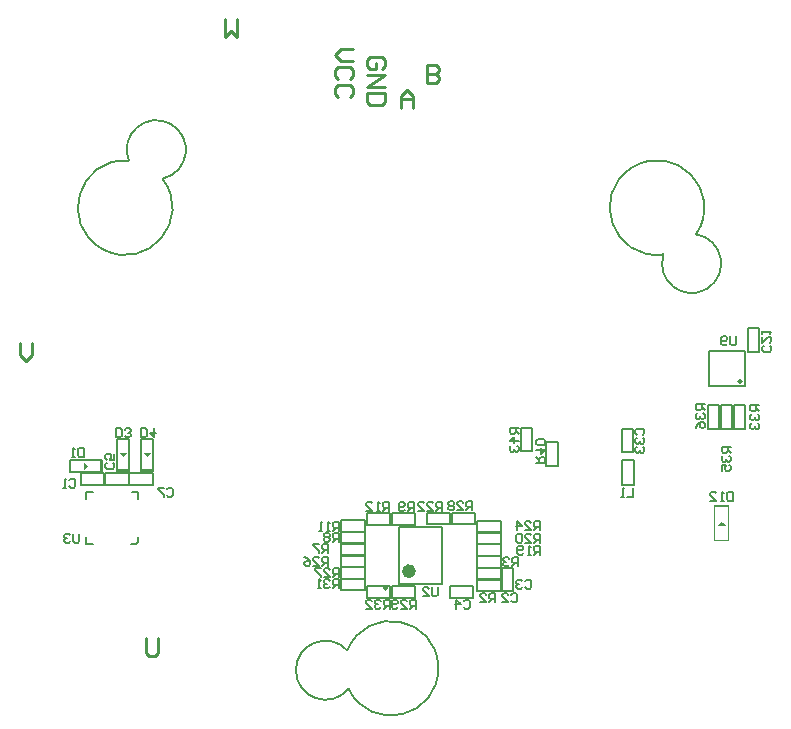
<source format=gbo>
G04*
G04 #@! TF.GenerationSoftware,Altium Limited,Altium Designer,19.1.5 (86)*
G04*
G04 Layer_Color=32896*
%FSLAX25Y25*%
%MOIN*%
G70*
G01*
G75*
%ADD10C,0.01000*%
%ADD11C,0.00984*%
%ADD12C,0.02362*%
%ADD13C,0.00394*%
%ADD15C,0.00500*%
%ADD16C,0.00787*%
D10*
X116821Y-6765D02*
G03*
X116821Y-6765I-500J0D01*
G01*
X-81821Y-92369D02*
Y-97367D01*
X-80821Y-98367D01*
X-78822D01*
X-77822Y-97367D01*
Y-92369D01*
X-123585Y6109D02*
Y2111D01*
X-121586Y111D01*
X-119586Y2111D01*
Y6109D01*
X-55200Y114198D02*
Y108200D01*
X-53201Y110199D01*
X-51201Y108200D01*
Y114198D01*
X11896Y98611D02*
Y92613D01*
X14895D01*
X15894Y93612D01*
Y94612D01*
X14895Y95612D01*
X11896D01*
X14895D01*
X15894Y96611D01*
Y97611D01*
X14895Y98611D01*
X11896D01*
X3445Y84500D02*
Y88499D01*
X5444Y90498D01*
X7444Y88499D01*
Y84500D01*
Y87499D01*
X3445D01*
X-3027Y97523D02*
X-2027Y98522D01*
Y100522D01*
X-3027Y101521D01*
X-7025D01*
X-8025Y100522D01*
Y98522D01*
X-7025Y97523D01*
X-5026D01*
Y99522D01*
X-8025Y95523D02*
X-2027D01*
X-8025Y91524D01*
X-2027D01*
Y89525D02*
X-8025D01*
Y86526D01*
X-7025Y85526D01*
X-3027D01*
X-2027Y86526D01*
Y89525D01*
X-12854Y104200D02*
X-16853D01*
X-18852Y102201D01*
X-16853Y100201D01*
X-12854D01*
X-13854Y94203D02*
X-12854Y95203D01*
Y97202D01*
X-13854Y98202D01*
X-17852D01*
X-18852Y97202D01*
Y95203D01*
X-17852Y94203D01*
X-13854Y88205D02*
X-12854Y89205D01*
Y91204D01*
X-13854Y92204D01*
X-17852D01*
X-18852Y91204D01*
Y89205D01*
X-17852Y88205D01*
D11*
X-1409Y-75528D02*
G03*
X-1409Y-75528I-492J0D01*
G01*
D12*
X7114Y-69977D02*
G03*
X7114Y-69977I-1181J0D01*
G01*
D13*
X107800Y-48240D02*
X112400D01*
X107800Y-47846D02*
X112400D01*
X109059Y-54635D02*
X110104Y-53590D01*
X111149Y-54635D01*
X107800Y-59600D02*
X112400D01*
Y-47846D01*
X107800Y-59600D02*
Y-47846D01*
X109059Y-54635D02*
X111149D01*
X109595Y-54300D02*
X110605D01*
X109815Y-53995D02*
X110418D01*
X-102392Y-33818D02*
X-101347Y-34863D01*
X-102392Y-35907D02*
X-101347Y-34863D01*
X-102392Y-35907D02*
Y-33818D01*
X-102057Y-35363D02*
Y-34354D01*
X-101752Y-35177D02*
Y-34573D01*
X-89404Y-31710D02*
X-88359Y-30665D01*
X-90449D02*
X-89404Y-31710D01*
X-90449Y-30665D02*
X-88359D01*
X-89905Y-31000D02*
X-88895D01*
X-89718Y-31305D02*
X-89115D01*
X-81404Y-31710D02*
X-80359Y-30665D01*
X-82449D02*
X-81404Y-31710D01*
X-82449Y-30665D02*
X-80359D01*
X-81905Y-31000D02*
X-80895D01*
X-81718Y-31305D02*
X-81115D01*
D15*
X-14207Y-109157D02*
G03*
X-14585Y-96424I14207J6795D01*
G01*
Y-96424D02*
G03*
X-14207Y-109157I-7311J-6590D01*
G01*
X101636Y42275D02*
G03*
X90798Y35581I-12988J8906D01*
G01*
D02*
G03*
X101636Y42275I9363J-3036D01*
G01*
X-76213Y60843D02*
G03*
X-87430Y66882I-2052J9626D01*
G01*
Y66882D02*
G03*
X-76213Y60843I-1219J-15701D01*
G01*
X113721Y-22465D02*
Y-14665D01*
X109921Y-22465D02*
X113721D01*
X109921Y-14665D02*
X113721D01*
X109921Y-22465D02*
Y-14665D01*
X122700Y3200D02*
Y11000D01*
X118900D02*
X122700D01*
X118900Y3200D02*
X122700D01*
X118900D02*
Y11000D01*
X109421Y-22465D02*
Y-14665D01*
X105621Y-22465D02*
X109421D01*
X105621Y-14665D02*
X109421D01*
X105621Y-22465D02*
Y-14665D01*
X118020Y-22465D02*
Y-14665D01*
X114220Y-22465D02*
X118020D01*
X114220Y-14665D02*
X118020D01*
X114220Y-22465D02*
Y-14665D01*
X-103500Y-41200D02*
X-95700D01*
Y-37400D01*
X-103500Y-41200D02*
Y-37400D01*
X-95700D01*
X-87200Y-41200D02*
X-79400D01*
Y-37400D01*
X-87200Y-41200D02*
Y-37400D01*
X-79400D01*
X-95300Y-41200D02*
X-87500D01*
Y-37400D01*
X-95300Y-41200D02*
Y-37400D01*
X-87500D01*
X-106957Y-32958D02*
X-96357D01*
X-106957Y-36858D02*
Y-32958D01*
Y-36858D02*
X-96357D01*
Y-32958D01*
X-96857Y-36858D02*
Y-33059D01*
X-87500Y-36700D02*
Y-26100D01*
X-91400D02*
X-87500D01*
X-91400Y-36700D02*
Y-26100D01*
Y-36700D02*
X-87500D01*
X-91400Y-36200D02*
X-87600D01*
X-79500Y-36700D02*
Y-26100D01*
X-83400D02*
X-79500D01*
X-83400Y-36700D02*
Y-26100D01*
Y-36700D02*
X-79500D01*
X-83400Y-36200D02*
X-79600D01*
X209Y-50700D02*
X8009D01*
Y-54500D02*
Y-50700D01*
X209Y-54500D02*
Y-50700D01*
Y-54500D02*
X8009D01*
X11909Y-54400D02*
X19709D01*
X11909D02*
Y-50600D01*
X19709Y-54400D02*
Y-50600D01*
X11909D02*
X19709D01*
X209Y-75100D02*
X8009D01*
Y-78900D02*
Y-75100D01*
X209Y-78900D02*
Y-75100D01*
Y-78900D02*
X8009D01*
X19609Y-75100D02*
X27409D01*
X19609Y-78900D02*
Y-75100D01*
X27409Y-78900D02*
Y-75100D01*
X19609Y-78900D02*
X27409D01*
X40709Y-76700D02*
Y-68900D01*
X36909D02*
X40709D01*
X36909Y-76700D02*
X40709D01*
X36909D02*
Y-68900D01*
X28709Y-68800D02*
X36509D01*
X28709D02*
Y-65000D01*
X36509Y-68800D02*
Y-65000D01*
X28709D02*
X36509D01*
X28709Y-68900D02*
X36509D01*
X28709Y-72700D02*
Y-68900D01*
X36509Y-72700D02*
Y-68900D01*
X28709Y-72700D02*
X36509D01*
X28709Y-72800D02*
X36509D01*
Y-76600D02*
Y-72800D01*
X28709Y-76600D02*
Y-72800D01*
Y-76600D02*
X36509D01*
X28709Y-61104D02*
X36509D01*
Y-64904D02*
Y-61104D01*
X28709Y-64904D02*
Y-61104D01*
Y-64904D02*
X36509D01*
X28709Y-61004D02*
X36509D01*
X28709D02*
Y-57204D01*
X36509Y-61004D02*
Y-57204D01*
X28709D02*
X36509D01*
X20309Y-54400D02*
X28109D01*
X20309D02*
Y-50600D01*
X28109Y-54400D02*
Y-50600D01*
X20309D02*
X28109D01*
X28709Y-57104D02*
X36509D01*
X28709D02*
Y-53304D01*
X36509Y-57104D02*
Y-53304D01*
X28709D02*
X36509D01*
X-8191Y-50700D02*
X-391D01*
Y-54500D02*
Y-50700D01*
X-8191Y-54500D02*
Y-50700D01*
Y-54500D02*
X-391D01*
X-16591Y-53050D02*
X-8791D01*
Y-56850D02*
Y-53050D01*
X-16591Y-56850D02*
Y-53050D01*
Y-56850D02*
X-8791D01*
X-16591Y-56923D02*
X-8791D01*
Y-60723D02*
Y-56923D01*
X-16591Y-60723D02*
Y-56923D01*
Y-60723D02*
X-8791D01*
X-16591Y-64650D02*
X-8791D01*
X-16591D02*
Y-60850D01*
X-8791Y-64650D02*
Y-60850D01*
X-16591D02*
X-8791D01*
X-8191Y-75100D02*
X-391D01*
Y-78900D02*
Y-75100D01*
X-8191Y-78900D02*
Y-75100D01*
Y-78900D02*
X-391D01*
X-16591Y-68591D02*
X-8791D01*
X-16591D02*
Y-64791D01*
X-8791Y-68591D02*
Y-64791D01*
X-16591D02*
X-8791D01*
X-16591Y-68700D02*
X-8791D01*
Y-72500D02*
Y-68700D01*
X-16591Y-72500D02*
Y-68700D01*
Y-72500D02*
X-8791D01*
X-16591Y-72450D02*
X-8791D01*
Y-76250D02*
Y-72450D01*
X-16591Y-76250D02*
Y-72450D01*
Y-76250D02*
X-8791D01*
X43200Y-30000D02*
Y-22200D01*
X47000D01*
X43200Y-30000D02*
X47000D01*
Y-22200D01*
X51794Y-34900D02*
Y-27100D01*
X55594D01*
X51794Y-34900D02*
X55594D01*
Y-27100D01*
X76869Y-41118D02*
Y-32918D01*
Y-41118D02*
X80869D01*
X76869Y-32918D02*
X80869D01*
Y-41118D02*
Y-32918D01*
X80800Y-30300D02*
Y-22500D01*
X77000D02*
X80800D01*
X77000Y-30300D02*
X80800D01*
X77000D02*
Y-22500D01*
X113900Y-43601D02*
Y-46600D01*
X112400D01*
X111901Y-46100D01*
Y-44101D01*
X112400Y-43601D01*
X113900D01*
X110901Y-46600D02*
X109901D01*
X110401D01*
Y-43601D01*
X110901Y-44101D01*
X106402Y-46600D02*
X108402D01*
X106402Y-44601D01*
Y-44101D01*
X106902Y-43601D01*
X107902D01*
X108402Y-44101D01*
X40110Y-77901D02*
X40610Y-77401D01*
X41610D01*
X42109Y-77901D01*
Y-79900D01*
X41610Y-80400D01*
X40610D01*
X40110Y-79900D01*
X37111Y-80400D02*
X39110D01*
X37111Y-78401D01*
Y-77901D01*
X37611Y-77401D01*
X38611D01*
X39110Y-77901D01*
X115059Y8246D02*
Y5747D01*
X114559Y5247D01*
X113559D01*
X113060Y5747D01*
Y8246D01*
X112060Y5747D02*
X111560Y5247D01*
X110561D01*
X110061Y5747D01*
Y7747D01*
X110561Y8246D01*
X111560D01*
X112060Y7747D01*
Y7247D01*
X111560Y6747D01*
X110061D01*
X-103900Y-57470D02*
Y-59969D01*
X-104400Y-60469D01*
X-105400D01*
X-105899Y-59969D01*
Y-57470D01*
X-106899Y-57970D02*
X-107399Y-57470D01*
X-108399D01*
X-108898Y-57970D01*
Y-58470D01*
X-108399Y-58969D01*
X-107899D01*
X-108399D01*
X-108898Y-59469D01*
Y-59969D01*
X-108399Y-60469D01*
X-107399D01*
X-106899Y-59969D01*
X15509Y-75401D02*
Y-77900D01*
X15010Y-78400D01*
X14010D01*
X13510Y-77900D01*
Y-75401D01*
X10511Y-78400D02*
X12510D01*
X10511Y-76401D01*
Y-75901D01*
X11011Y-75401D01*
X12010D01*
X12510Y-75901D01*
X42612Y-22200D02*
X39613D01*
Y-23699D01*
X40113Y-24199D01*
X41112D01*
X41612Y-23699D01*
Y-22200D01*
Y-23200D02*
X42612Y-24199D01*
Y-26699D02*
X39613D01*
X41112Y-25199D01*
Y-27198D01*
X40113Y-28198D02*
X39613Y-28698D01*
Y-29698D01*
X40113Y-30197D01*
X40613D01*
X41112Y-29698D01*
Y-29198D01*
Y-29698D01*
X41612Y-30197D01*
X42112D01*
X42612Y-29698D01*
Y-28698D01*
X42112Y-28198D01*
X48379Y-34100D02*
X51378D01*
Y-32601D01*
X50878Y-32101D01*
X49878D01*
X49378Y-32601D01*
Y-34100D01*
Y-33100D02*
X48379Y-32101D01*
Y-29601D02*
X51378D01*
X49878Y-31101D01*
Y-29102D01*
X50878Y-28102D02*
X51378Y-27602D01*
Y-26602D01*
X50878Y-26103D01*
X48878D01*
X48379Y-26602D01*
Y-27602D01*
X48878Y-28102D01*
X50878D01*
X104600Y-14300D02*
X101601D01*
Y-15800D01*
X102101Y-16299D01*
X103101D01*
X103600Y-15800D01*
Y-14300D01*
Y-15300D02*
X104600Y-16299D01*
X102101Y-17299D02*
X101601Y-17799D01*
Y-18799D01*
X102101Y-19298D01*
X102601D01*
X103101Y-18799D01*
Y-18299D01*
Y-18799D01*
X103600Y-19298D01*
X104100D01*
X104600Y-18799D01*
Y-17799D01*
X104100Y-17299D01*
X101601Y-22297D02*
X102101Y-21298D01*
X103101Y-20298D01*
X104100D01*
X104600Y-20798D01*
Y-21798D01*
X104100Y-22297D01*
X103600D01*
X103101Y-21798D01*
Y-20298D01*
X113300Y-28500D02*
X110301D01*
Y-30000D01*
X110801Y-30499D01*
X111801D01*
X112300Y-30000D01*
Y-28500D01*
Y-29500D02*
X113300Y-30499D01*
X110801Y-31499D02*
X110301Y-31999D01*
Y-32999D01*
X110801Y-33498D01*
X111301D01*
X111801Y-32999D01*
Y-32499D01*
Y-32999D01*
X112300Y-33498D01*
X112800D01*
X113300Y-32999D01*
Y-31999D01*
X112800Y-31499D01*
X110301Y-36497D02*
Y-34498D01*
X111801D01*
X111301Y-35498D01*
Y-35998D01*
X111801Y-36497D01*
X112800D01*
X113300Y-35998D01*
Y-34998D01*
X112800Y-34498D01*
X122700Y-14665D02*
X119701D01*
Y-16165D01*
X120201Y-16665D01*
X121201D01*
X121700Y-16165D01*
Y-14665D01*
Y-15665D02*
X122700Y-16665D01*
X120201Y-17664D02*
X119701Y-18164D01*
Y-19164D01*
X120201Y-19664D01*
X120701D01*
X121201Y-19164D01*
Y-18664D01*
Y-19164D01*
X121700Y-19664D01*
X122200D01*
X122700Y-19164D01*
Y-18164D01*
X122200Y-17664D01*
X120201Y-20663D02*
X119701Y-21163D01*
Y-22163D01*
X120201Y-22663D01*
X120701D01*
X121201Y-22163D01*
Y-21663D01*
Y-22163D01*
X121700Y-22663D01*
X122200D01*
X122700Y-22163D01*
Y-21163D01*
X122200Y-20663D01*
X-391Y-82600D02*
Y-79601D01*
X-1890D01*
X-2390Y-80101D01*
Y-81100D01*
X-1890Y-81600D01*
X-391D01*
X-1390D02*
X-2390Y-82600D01*
X-3390Y-80101D02*
X-3889Y-79601D01*
X-4889D01*
X-5389Y-80101D01*
Y-80601D01*
X-4889Y-81100D01*
X-4389D01*
X-4889D01*
X-5389Y-81600D01*
Y-82100D01*
X-4889Y-82600D01*
X-3889D01*
X-3390Y-82100D01*
X-8388Y-82600D02*
X-6389D01*
X-8388Y-80601D01*
Y-80101D01*
X-7888Y-79601D01*
X-6888D01*
X-6389Y-80101D01*
X-17391Y-75700D02*
Y-72701D01*
X-18890D01*
X-19390Y-73201D01*
Y-74200D01*
X-18890Y-74700D01*
X-17391D01*
X-18390D02*
X-19390Y-75700D01*
X-20390Y-73201D02*
X-20889Y-72701D01*
X-21889D01*
X-22389Y-73201D01*
Y-73701D01*
X-21889Y-74200D01*
X-21389D01*
X-21889D01*
X-22389Y-74700D01*
Y-75200D01*
X-21889Y-75700D01*
X-20889D01*
X-20390Y-75200D01*
X-23389Y-75700D02*
X-24388D01*
X-23889D01*
Y-72701D01*
X-23389Y-73201D01*
X8209Y-82500D02*
Y-79501D01*
X6710D01*
X6210Y-80001D01*
Y-81001D01*
X6710Y-81500D01*
X8209D01*
X7210D02*
X6210Y-82500D01*
X3211D02*
X5210D01*
X3211Y-80501D01*
Y-80001D01*
X3711Y-79501D01*
X4710D01*
X5210Y-80001D01*
X2211Y-82000D02*
X1712Y-82500D01*
X712D01*
X212Y-82000D01*
Y-80001D01*
X712Y-79501D01*
X1712D01*
X2211Y-80001D01*
Y-80501D01*
X1712Y-81001D01*
X212D01*
X27100Y-49700D02*
Y-46701D01*
X25600D01*
X25101Y-47201D01*
Y-48201D01*
X25600Y-48700D01*
X27100D01*
X26100D02*
X25101Y-49700D01*
X22102D02*
X24101D01*
X22102Y-47701D01*
Y-47201D01*
X22601Y-46701D01*
X23601D01*
X24101Y-47201D01*
X21102D02*
X20602Y-46701D01*
X19602D01*
X19103Y-47201D01*
Y-47701D01*
X19602Y-48201D01*
X19103Y-48700D01*
Y-49200D01*
X19602Y-49700D01*
X20602D01*
X21102Y-49200D01*
Y-48700D01*
X20602Y-48201D01*
X21102Y-47701D01*
Y-47201D01*
X20602Y-48201D02*
X19602D01*
X-17391Y-72050D02*
Y-69051D01*
X-18890D01*
X-19390Y-69551D01*
Y-70551D01*
X-18890Y-71050D01*
X-17391D01*
X-18390D02*
X-19390Y-72050D01*
X-22389D02*
X-20390D01*
X-22389Y-70051D01*
Y-69551D01*
X-21889Y-69051D01*
X-20889D01*
X-20390Y-69551D01*
X-23389Y-69051D02*
X-25388D01*
Y-69551D01*
X-23389Y-71550D01*
Y-72050D01*
X-20900Y-68200D02*
Y-65201D01*
X-22400D01*
X-22899Y-65701D01*
Y-66701D01*
X-22400Y-67200D01*
X-20900D01*
X-21900D02*
X-22899Y-68200D01*
X-25898D02*
X-23899D01*
X-25898Y-66201D01*
Y-65701D01*
X-25399Y-65201D01*
X-24399D01*
X-23899Y-65701D01*
X-28897Y-65201D02*
X-27898Y-65701D01*
X-26898Y-66701D01*
Y-67700D01*
X-27398Y-68200D01*
X-28398D01*
X-28897Y-67700D01*
Y-67200D01*
X-28398Y-66701D01*
X-26898D01*
X49500Y-56400D02*
Y-53401D01*
X48000D01*
X47501Y-53901D01*
Y-54900D01*
X48000Y-55400D01*
X49500D01*
X48500D02*
X47501Y-56400D01*
X44502D02*
X46501D01*
X44502Y-54401D01*
Y-53901D01*
X45001Y-53401D01*
X46001D01*
X46501Y-53901D01*
X42002Y-56400D02*
Y-53401D01*
X43502Y-54900D01*
X41503D01*
X17100Y-49800D02*
Y-46801D01*
X15600D01*
X15101Y-47301D01*
Y-48300D01*
X15600Y-48800D01*
X17100D01*
X16100D02*
X15101Y-49800D01*
X12102D02*
X14101D01*
X12102Y-47801D01*
Y-47301D01*
X12601Y-46801D01*
X13601D01*
X14101Y-47301D01*
X9103Y-49800D02*
X11102D01*
X9103Y-47801D01*
Y-47301D01*
X9602Y-46801D01*
X10602D01*
X11102Y-47301D01*
X49700Y-60500D02*
Y-57501D01*
X48201D01*
X47701Y-58001D01*
Y-59000D01*
X48201Y-59500D01*
X49700D01*
X48700D02*
X47701Y-60500D01*
X44702D02*
X46701D01*
X44702Y-58501D01*
Y-58001D01*
X45201Y-57501D01*
X46201D01*
X46701Y-58001D01*
X43702D02*
X43202Y-57501D01*
X42202D01*
X41703Y-58001D01*
Y-60000D01*
X42202Y-60500D01*
X43202D01*
X43702Y-60000D01*
Y-58001D01*
X49600Y-64500D02*
Y-61501D01*
X48101D01*
X47601Y-62001D01*
Y-63001D01*
X48101Y-63500D01*
X49600D01*
X48600D02*
X47601Y-64500D01*
X46601D02*
X45601D01*
X46101D01*
Y-61501D01*
X46601Y-62001D01*
X44102Y-64000D02*
X43602Y-64500D01*
X42602D01*
X42102Y-64000D01*
Y-62001D01*
X42602Y-61501D01*
X43602D01*
X44102Y-62001D01*
Y-62501D01*
X43602Y-63001D01*
X42102D01*
X-791Y-49800D02*
Y-46801D01*
X-2290D01*
X-2790Y-47301D01*
Y-48300D01*
X-2290Y-48800D01*
X-791D01*
X-1790D02*
X-2790Y-49800D01*
X-3790D02*
X-4789D01*
X-4290D01*
Y-46801D01*
X-3790Y-47301D01*
X-8288Y-49800D02*
X-6289D01*
X-8288Y-47801D01*
Y-47301D01*
X-7788Y-46801D01*
X-6789D01*
X-6289Y-47301D01*
X-17391Y-56450D02*
Y-53451D01*
X-18890D01*
X-19390Y-53951D01*
Y-54950D01*
X-18890Y-55450D01*
X-17391D01*
X-18390D02*
X-19390Y-56450D01*
X-20390D02*
X-21389D01*
X-20889D01*
Y-53451D01*
X-20390Y-53951D01*
X-22889Y-56450D02*
X-23889D01*
X-23389D01*
Y-53451D01*
X-22889Y-53951D01*
X7609Y-50100D02*
Y-47101D01*
X6110D01*
X5610Y-47601D01*
Y-48601D01*
X6110Y-49100D01*
X7609D01*
X6610D02*
X5610Y-50100D01*
X4610Y-49600D02*
X4110Y-50100D01*
X3111D01*
X2611Y-49600D01*
Y-47601D01*
X3111Y-47101D01*
X4110D01*
X4610Y-47601D01*
Y-48101D01*
X4110Y-48601D01*
X2611D01*
X-17491Y-60150D02*
Y-57151D01*
X-18990D01*
X-19490Y-57651D01*
Y-58650D01*
X-18990Y-59150D01*
X-17491D01*
X-18490D02*
X-19490Y-60150D01*
X-20490Y-57651D02*
X-20989Y-57151D01*
X-21989D01*
X-22489Y-57651D01*
Y-58151D01*
X-21989Y-58650D01*
X-22489Y-59150D01*
Y-59650D01*
X-21989Y-60150D01*
X-20989D01*
X-20490Y-59650D01*
Y-59150D01*
X-20989Y-58650D01*
X-20490Y-58151D01*
Y-57651D01*
X-20989Y-58650D02*
X-21989D01*
X-20900Y-63900D02*
Y-60901D01*
X-22400D01*
X-22899Y-61401D01*
Y-62401D01*
X-22400Y-62900D01*
X-20900D01*
X-21900D02*
X-22899Y-63900D01*
X-23899Y-60901D02*
X-25898D01*
Y-61401D01*
X-23899Y-63400D01*
Y-63900D01*
X42309Y-68377D02*
Y-65378D01*
X40810D01*
X40310Y-65878D01*
Y-66878D01*
X40810Y-67378D01*
X42309D01*
X41310D02*
X40310Y-68377D01*
X39310Y-65878D02*
X38811Y-65378D01*
X37811D01*
X37311Y-65878D01*
Y-66378D01*
X37811Y-66878D01*
X38311D01*
X37811D01*
X37311Y-67378D01*
Y-67877D01*
X37811Y-68377D01*
X38811D01*
X39310Y-67877D01*
X34709Y-80300D02*
Y-77301D01*
X33210D01*
X32710Y-77801D01*
Y-78800D01*
X33210Y-79300D01*
X34709D01*
X33710D02*
X32710Y-80300D01*
X29711D02*
X31710D01*
X29711Y-78301D01*
Y-77801D01*
X30211Y-77301D01*
X31211D01*
X31710Y-77801D01*
X80700Y-42201D02*
Y-45200D01*
X78701D01*
X77701D02*
X76701D01*
X77201D01*
Y-42201D01*
X77701Y-42701D01*
X-83500Y-25299D02*
Y-22300D01*
X-82000D01*
X-81501Y-22800D01*
Y-24799D01*
X-82000Y-25299D01*
X-83500D01*
X-79001Y-22300D02*
Y-25299D01*
X-80501Y-23799D01*
X-78502D01*
X-91700Y-25399D02*
Y-22400D01*
X-90201D01*
X-89701Y-22900D01*
Y-24899D01*
X-90201Y-25399D01*
X-91700D01*
X-88701Y-24899D02*
X-88201Y-25399D01*
X-87201D01*
X-86702Y-24899D01*
Y-24399D01*
X-87201Y-23900D01*
X-87701D01*
X-87201D01*
X-86702Y-23400D01*
Y-22900D01*
X-87201Y-22400D01*
X-88201D01*
X-88701Y-22900D01*
X-102392Y-28901D02*
Y-31900D01*
X-103891D01*
X-104391Y-31400D01*
Y-29401D01*
X-103891Y-28901D01*
X-102392D01*
X-105391Y-31900D02*
X-106391D01*
X-105891D01*
Y-28901D01*
X-105391Y-29401D01*
X81851Y-24499D02*
X81351Y-24000D01*
Y-23000D01*
X81851Y-22500D01*
X83850D01*
X84350Y-23000D01*
Y-24000D01*
X83850Y-24499D01*
X81851Y-25499D02*
X81351Y-25999D01*
Y-26998D01*
X81851Y-27498D01*
X82351D01*
X82850Y-26998D01*
Y-26499D01*
Y-26998D01*
X83350Y-27498D01*
X83850D01*
X84350Y-26998D01*
Y-25999D01*
X83850Y-25499D01*
X81851Y-28498D02*
X81351Y-28998D01*
Y-29998D01*
X81851Y-30497D01*
X82351D01*
X82850Y-29998D01*
Y-29498D01*
Y-29998D01*
X83350Y-30497D01*
X83850D01*
X84350Y-29998D01*
Y-28998D01*
X83850Y-28498D01*
X126199Y5199D02*
X126699Y4699D01*
Y3700D01*
X126199Y3200D01*
X124200D01*
X123700Y3700D01*
Y4699D01*
X124200Y5199D01*
X123700Y8198D02*
Y6199D01*
X125699Y8198D01*
X126199D01*
X126699Y7699D01*
Y6699D01*
X126199Y6199D01*
X123700Y9198D02*
Y10198D01*
Y9698D01*
X126699D01*
X126199Y9198D01*
X-74799Y-42701D02*
X-74300Y-42201D01*
X-73300D01*
X-72800Y-42701D01*
Y-44700D01*
X-73300Y-45200D01*
X-74300D01*
X-74799Y-44700D01*
X-75799Y-42201D02*
X-77798D01*
Y-42701D01*
X-75799Y-44700D01*
Y-45200D01*
X-92801Y-33908D02*
X-92301Y-34408D01*
Y-35408D01*
X-92801Y-35907D01*
X-94800D01*
X-95300Y-35408D01*
Y-34408D01*
X-94800Y-33908D01*
X-92301Y-30909D02*
Y-32908D01*
X-93800D01*
X-93301Y-31909D01*
Y-31409D01*
X-93800Y-30909D01*
X-94800D01*
X-95300Y-31409D01*
Y-32409D01*
X-94800Y-32908D01*
X24201Y-80101D02*
X24701Y-79601D01*
X25700D01*
X26200Y-80101D01*
Y-82100D01*
X25700Y-82600D01*
X24701D01*
X24201Y-82100D01*
X21701Y-82600D02*
Y-79601D01*
X23201Y-81100D01*
X21202D01*
X44701Y-73301D02*
X45200Y-72801D01*
X46200D01*
X46700Y-73301D01*
Y-75300D01*
X46200Y-75800D01*
X45200D01*
X44701Y-75300D01*
X43701Y-73301D02*
X43201Y-72801D01*
X42201D01*
X41702Y-73301D01*
Y-73801D01*
X42201Y-74300D01*
X42701D01*
X42201D01*
X41702Y-74800D01*
Y-75300D01*
X42201Y-75800D01*
X43201D01*
X43701Y-75300D01*
X-107280Y-39667D02*
X-106781Y-39167D01*
X-105781D01*
X-105281Y-39667D01*
Y-41666D01*
X-105781Y-42166D01*
X-106781D01*
X-107280Y-41666D01*
X-108280Y-42166D02*
X-109280D01*
X-108780D01*
Y-39167D01*
X-108280Y-39667D01*
D16*
X-86600Y-60863D02*
X-85126D01*
X-84437Y-60174D02*
Y-58700D01*
Y-45800D02*
Y-43737D01*
X-101563D02*
X-99500D01*
X-101563Y-45800D02*
Y-43737D01*
Y-60863D02*
Y-58700D01*
Y-60863D02*
X-99400D01*
X-85126D02*
X-84437Y-60174D01*
X-86500Y-43737D02*
X-84437D01*
X106115Y-8371D02*
X117926D01*
X106115Y3440D02*
X117926D01*
Y-8371D02*
Y3440D01*
X106115Y-8371D02*
Y3440D01*
X17114Y-74300D02*
Y-55300D01*
X2614Y-74300D02*
X17114D01*
X2614Y-55300D02*
X17114D01*
X2614Y-74300D02*
Y-55300D01*
M02*

</source>
